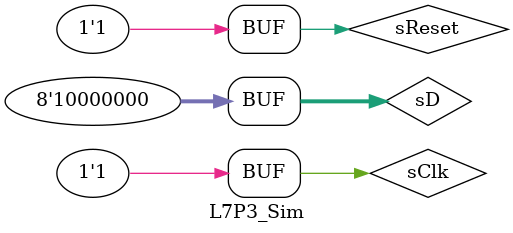
<source format=sv>
`timescale 1ns / 1ps


module L7P3_Sim(
    );
    
    logic sClk, sReset;
    logic [7:0] sD, sQ;
    
    L7P3_8BReg UUT (.Clk(sClk), .Reset(sReset), .D(sD), .Q(sQ));
    
    initial begin
        sClk = 'b1;
        sReset = 'b0;
        sD = 8'b00000001;
        #10;
        
        sClk = 'b0;
        sReset = 'b0;
        sD = 8'b00000000;
        #10;
        
        sClk = 'b1;
        sReset = 'b0;
        sD = 8'b00000000;
        #10;
        
        sClk = 'b0;
        sReset = 'b0;
        sD = 8'b10000000;
        #10;
        
        sClk = 'b1;
        sReset = 'b0;
        sD = 8'b10000000;
        #10;
        
        sClk = 'b0;
        sReset = 'b1;
        sD = 8'b10000000;
        #10;
        
        sClk = 'b1;
        sReset = 'b1;
        sD = 8'b10000000;
        #10;
    end
endmodule

</source>
